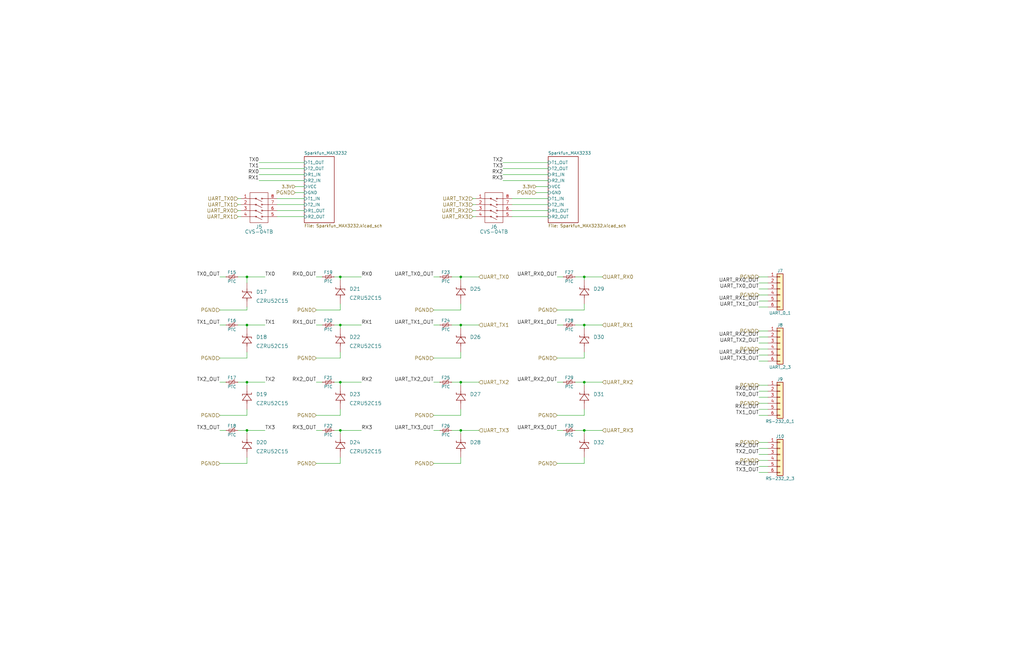
<source format=kicad_sch>
(kicad_sch (version 20211123) (generator eeschema)
  (paper "B")
  (title_block (title "Dual-Mag-Camera-Control") (date "2020-08-24") (rev "A") (company "Guatek"))
  (lib_symbols
    (symbol "2022-05-02_03-27-09:CZRU52C3V3" (pin_numbers hide) (pin_names hide)
      (property "Reference" "U" (at 5.08 4.445 0))
      (property "Value" "CZRU52C3V3" (at 5.08 -7.62 0))
      (symbol "CZRU52C3V3_1_1"
        (polyline (pts (xy 2.54 0) (xy 3.4798 0)) (stroke (width 0.2032)))
        (polyline (pts (xy 3.175 0) (xy 3.81 0)) (stroke (width 0.2032)))
        (polyline (pts (xy 3.81 -1.905) (xy 6.35 0)) (stroke (width 0.2032)))
        (polyline (pts (xy 3.81 1.905) (xy 3.81 -1.905)) (stroke (width 0.2032)))
        (polyline (pts (xy 6.35 -1.905) (xy 5.715 -1.905)) (stroke (width 0.2032)))
        (polyline (pts (xy 6.35 -1.905) (xy 6.35 1.905)) (stroke (width 0.2032)))
        (polyline (pts (xy 6.35 0) (xy 3.81 1.905)) (stroke (width 0.2032)))
        (polyline (pts (xy 6.35 0) (xy 7.62 0)) (stroke (width 0.2032)))
        (polyline (pts (xy 6.35 1.905) (xy 6.985 1.905)) (stroke (width 0.2032)))
        (pin unspecified line (at 10.16 0 180) (length 2.54) (name "1") (number "1"))
        (pin unspecified line (at 0 0 0) (length 2.54) (name "2") (number "2"))
      )
    )
    (symbol "2022-05-17_07-00-23:CZRU52C15" (pin_numbers hide) (pin_names hide)
      (property "Reference" "U" (at 5.08 4.445 0))
      (property "Value" "CZRU52C15" (at 5.08 -7.62 0))
      (symbol "CZRU52C15_1_1"
        (polyline (pts (xy 2.54 0) (xy 3.4798 0)) (stroke (width 0.2032)))
        (polyline (pts (xy 3.175 0) (xy 3.81 0)) (stroke (width 0.2032)))
        (polyline (pts (xy 3.81 -1.905) (xy 6.35 0)) (stroke (width 0.2032)))
        (polyline (pts (xy 3.81 1.905) (xy 3.81 -1.905)) (stroke (width 0.2032)))
        (polyline (pts (xy 6.35 -1.905) (xy 5.715 -1.905)) (stroke (width 0.2032)))
        (polyline (pts (xy 6.35 -1.905) (xy 6.35 1.905)) (stroke (width 0.2032)))
        (polyline (pts (xy 6.35 0) (xy 3.81 1.905)) (stroke (width 0.2032)))
        (polyline (pts (xy 6.35 0) (xy 7.62 0)) (stroke (width 0.2032)))
        (polyline (pts (xy 6.35 1.905) (xy 6.985 1.905)) (stroke (width 0.2032)))
        (pin unspecified line (at 10.16 0 180) (length 2.54) (name "1") (number "1"))
        (pin unspecified line (at 0 0 0) (length 2.54) (name "2") (number "2"))
      )
    )
    (symbol "Dual-Mag-Camera-Control-rescue:CVS-04TB-SPC-Control-rescue" (pin_names (offset 1.016))
      (property "Reference" "J" (at 0 -8.0772 0))
      (property "Value" "CVS-04TB-SPC-Control-rescue" (at -0.3048 7.8486 0))
      (symbol "CVS-04TB-SPC-Control-rescue_0_1"
        (rectangle (start -3.81 6.35) (end 3.81 -6.35))
        (circle (center -1.2954 -1.27) (radius 0.2794))
        (circle (center -1.2954 1.2446) (radius 0.2794))
        (circle (center -1.2954 3.8354) (radius 0.2794))
        (circle (center -1.2446 -3.7846) (radius 0.254))
        (polyline (pts (xy -1.27 3.81) (xy -3.81 3.81)))
        (polyline (pts (xy -1.27 3.81) (xy 1.27 2.54)))
        (polyline (pts (xy 2.54 -3.81) (xy 1.27 -3.81)))
        (polyline (pts (xy 2.54 -1.27) (xy 1.27 -1.27)))
        (polyline (pts (xy 2.54 1.27) (xy 1.27 1.27)))
        (polyline (pts (xy 2.54 3.81) (xy 1.27 3.81)))
        (polyline (pts (xy 2.54 3.81) (xy 3.81 3.81)))
        (polyline (pts (xy 3.81 -3.81) (xy 2.54 -3.81)))
        (polyline (pts (xy 3.81 -1.27) (xy 2.54 -1.27)))
        (polyline (pts (xy 3.81 1.27) (xy 2.54 1.27)))
        (polyline (pts (xy -3.81 -3.81) (xy -1.27 -3.81) (xy 1.27 -5.08)))
        (polyline (pts (xy -3.81 -1.27) (xy -1.27 -1.27) (xy 1.27 -2.54)))
        (polyline (pts (xy -3.81 1.27) (xy -1.27 1.27) (xy 1.27 0)))
        (circle (center 1.2192 1.2954) (radius 0.2794))
        (circle (center 1.2192 3.81) (radius 0.2794))
        (circle (center 1.27 -3.7846) (radius 0.3048))
        (circle (center 1.27 -1.2192) (radius 0.3048))
      )
      (symbol "CVS-04TB-SPC-Control-rescue_1_1"
        (pin passive line (at -7.62 3.81 0) (length 3.81) (name "~") (number "1"))
        (pin passive line (at -7.62 1.27 0) (length 3.81) (name "~") (number "2"))
        (pin passive line (at -7.62 -1.27 0) (length 3.81) (name "~") (number "3"))
        (pin passive line (at -7.62 -3.81 0) (length 3.81) (name "~") (number "4"))
        (pin passive line (at 7.62 -3.81 180) (length 3.81) (name "~") (number "5"))
        (pin passive line (at 7.62 -1.27 180) (length 3.81) (name "~") (number "6"))
        (pin passive line (at 7.62 1.27 180) (length 3.81) (name "~") (number "7"))
        (pin passive line (at 7.62 3.81 180) (length 3.81) (name "~") (number "8"))
      )
    )
    (symbol "Dual-Mag-Camera-Control-rescue:Conn_01x06-SPC-Control-rescue" (pin_names (offset 1.016) hide)
      (property "Reference" "J" (at 0 7.62 0))
      (property "Value" "Conn_01x06-SPC-Control-rescue" (at 0 -10.16 0))
      (symbol "Conn_01x06-SPC-Control-rescue_1_1"
        (rectangle (start -1.27 -7.493) (end 0 -7.747) (stroke (width 0.1524)))
        (rectangle (start -1.27 -4.953) (end 0 -5.207) (stroke (width 0.1524)))
        (rectangle (start -1.27 -2.413) (end 0 -2.667) (stroke (width 0.1524)))
        (rectangle (start -1.27 0.127) (end 0 -0.127) (stroke (width 0.1524)))
        (rectangle (start -1.27 2.667) (end 0 2.413) (stroke (width 0.1524)))
        (rectangle (start -1.27 5.207) (end 0 4.953) (stroke (width 0.1524)))
        (rectangle (start -1.27 6.35) (end 1.27 -8.89) (stroke (width 0.254)) (fill (type background)))
        (pin passive line (at -5.08 5.08 0) (length 3.81) (name "Pin_1") (number "1"))
        (pin passive line (at -5.08 2.54 0) (length 3.81) (name "Pin_2") (number "2"))
        (pin passive line (at -5.08 0 0) (length 3.81) (name "Pin_3") (number "3"))
        (pin passive line (at -5.08 -2.54 0) (length 3.81) (name "Pin_4") (number "4"))
        (pin passive line (at -5.08 -5.08 0) (length 3.81) (name "Pin_5") (number "5"))
        (pin passive line (at -5.08 -7.62 0) (length 3.81) (name "Pin_6") (number "6"))
      )
    )
    (symbol "Dual-Mag-Camera-Control-rescue:Polyfuse_Small-SPC-Control-rescue" (pin_numbers hide) (pin_names (offset 0))
      (property "Reference" "F" (at -1.905 0 90))
      (property "Value" "Polyfuse_Small-SPC-Control-rescue" (at 1.905 0 90))
      (symbol "Polyfuse_Small-SPC-Control-rescue_0_1"
        (rectangle (start -0.508 1.27) (end 0.508 -1.27))
        (polyline (pts (xy 0 2.54) (xy 0 -2.54)))
        (polyline (pts (xy -1.016 1.27) (xy -1.016 0.762) (xy 1.016 -0.762) (xy 1.016 -1.27)))
      )
      (symbol "Polyfuse_Small-SPC-Control-rescue_1_1"
        (pin passive line (at 0 2.54 270) (length 0.635) (name "~") (number "1"))
        (pin passive line (at 0 -2.54 90) (length 0.635) (name "~") (number "2"))
      )
    )
  )
  (junction (at 246.38 181.61))
  (junction (at 194.31 137.16))
  (junction (at 143.51 116.84))
  (junction (at 194.31 116.84))
  (junction (at 143.51 137.16))
  (junction (at 104.14 116.84))
  (junction (at 246.38 161.29))
  (junction (at 194.31 161.29))
  (junction (at 104.14 137.16))
  (junction (at 104.14 181.61))
  (junction (at 246.38 137.16))
  (junction (at 246.38 116.84))
  (junction (at 194.31 181.61))
  (junction (at 104.14 161.29))
  (junction (at 143.51 161.29))
  (junction (at 143.51 181.61))
  (wire (pts (xy 100.33 91.44) (xy 101.6 91.44)))
  (wire (pts (xy 194.31 195.58) (xy 194.31 193.04)))
  (wire (pts (xy 143.51 181.61) (xy 152.4 181.61)))
  (wire (pts (xy 246.38 116.84) (xy 254 116.84)))
  (wire (pts (xy 194.31 161.29) (xy 201.93 161.29)))
  (wire (pts (xy 100.33 116.84) (xy 104.14 116.84)))
  (wire (pts (xy 95.25 116.84) (xy 92.71 116.84)))
  (wire (pts (xy 320.04 139.7) (xy 323.85 139.7)))
  (wire (pts (xy 143.51 181.61) (xy 143.51 182.88)))
  (wire (pts (xy 190.5 116.84) (xy 194.31 116.84)))
  (wire (pts (xy 133.35 175.26) (xy 143.51 175.26)))
  (wire (pts (xy 234.95 175.26) (xy 246.38 175.26)))
  (wire (pts (xy 143.51 175.26) (xy 143.51 172.72)))
  (wire (pts (xy 109.22 73.66) (xy 128.27 73.66)))
  (wire (pts (xy 109.22 76.2) (xy 128.27 76.2)))
  (wire (pts (xy 320.04 144.78) (xy 323.85 144.78)))
  (wire (pts (xy 194.31 137.16) (xy 201.93 137.16)))
  (wire (pts (xy 100.33 83.82) (xy 101.6 83.82)))
  (wire (pts (xy 185.42 161.29) (xy 182.88 161.29)))
  (wire (pts (xy 104.14 181.61) (xy 111.76 181.61)))
  (wire (pts (xy 95.25 137.16) (xy 92.71 137.16)))
  (wire (pts (xy 143.51 116.84) (xy 143.51 118.11)))
  (wire (pts (xy 194.31 181.61) (xy 201.93 181.61)))
  (wire (pts (xy 200.66 86.36) (xy 199.39 86.36)))
  (wire (pts (xy 92.71 130.81) (xy 104.14 130.81)))
  (wire (pts (xy 143.51 116.84) (xy 152.4 116.84)))
  (wire (pts (xy 246.38 137.16) (xy 254 137.16)))
  (wire (pts (xy 320.04 199.39) (xy 323.85 199.39)))
  (wire (pts (xy 116.84 83.82) (xy 128.27 83.82)))
  (wire (pts (xy 92.71 195.58) (xy 104.14 195.58)))
  (wire (pts (xy 116.84 91.44) (xy 128.27 91.44)))
  (wire (pts (xy 104.14 137.16) (xy 111.76 137.16)))
  (wire (pts (xy 104.14 161.29) (xy 111.76 161.29)))
  (wire (pts (xy 320.04 127) (xy 323.85 127)))
  (wire (pts (xy 194.31 175.26) (xy 194.31 172.72)))
  (wire (pts (xy 104.14 181.61) (xy 104.14 182.88)))
  (wire (pts (xy 100.33 88.9) (xy 101.6 88.9)))
  (wire (pts (xy 246.38 181.61) (xy 254 181.61)))
  (wire (pts (xy 185.42 116.84) (xy 182.88 116.84)))
  (wire (pts (xy 234.95 151.13) (xy 246.38 151.13)))
  (wire (pts (xy 143.51 151.13) (xy 143.51 148.59)))
  (wire (pts (xy 320.04 124.46) (xy 323.85 124.46)))
  (wire (pts (xy 104.14 151.13) (xy 104.14 148.59)))
  (wire (pts (xy 320.04 170.18) (xy 323.85 170.18)))
  (wire (pts (xy 143.51 137.16) (xy 143.51 138.43)))
  (wire (pts (xy 320.04 152.4) (xy 323.85 152.4)))
  (wire (pts (xy 143.51 128.27) (xy 143.51 130.81)))
  (wire (pts (xy 143.51 161.29) (xy 143.51 162.56)))
  (wire (pts (xy 109.22 68.58) (xy 128.27 68.58)))
  (wire (pts (xy 100.33 181.61) (xy 104.14 181.61)))
  (wire (pts (xy 237.49 137.16) (xy 234.95 137.16)))
  (wire (pts (xy 226.06 78.74) (xy 231.14 78.74)))
  (wire (pts (xy 116.84 88.9) (xy 128.27 88.9)))
  (wire (pts (xy 320.04 191.77) (xy 323.85 191.77)))
  (wire (pts (xy 234.95 130.81) (xy 246.38 130.81)))
  (wire (pts (xy 140.97 137.16) (xy 143.51 137.16)))
  (wire (pts (xy 246.38 161.29) (xy 254 161.29)))
  (wire (pts (xy 215.9 88.9) (xy 231.14 88.9)))
  (wire (pts (xy 215.9 86.36) (xy 231.14 86.36)))
  (wire (pts (xy 100.33 161.29) (xy 104.14 161.29)))
  (wire (pts (xy 194.31 116.84) (xy 194.31 118.11)))
  (wire (pts (xy 320.04 149.86) (xy 323.85 149.86)))
  (wire (pts (xy 194.31 116.84) (xy 201.93 116.84)))
  (wire (pts (xy 246.38 130.81) (xy 246.38 128.27)))
  (wire (pts (xy 320.04 119.38) (xy 323.85 119.38)))
  (wire (pts (xy 101.6 86.36) (xy 100.33 86.36)))
  (wire (pts (xy 320.04 129.54) (xy 323.85 129.54)))
  (wire (pts (xy 182.88 151.13) (xy 194.31 151.13)))
  (wire (pts (xy 212.09 68.58) (xy 231.14 68.58)))
  (wire (pts (xy 100.33 137.16) (xy 104.14 137.16)))
  (wire (pts (xy 92.71 151.13) (xy 104.14 151.13)))
  (wire (pts (xy 194.31 151.13) (xy 194.31 148.59)))
  (wire (pts (xy 182.88 195.58) (xy 194.31 195.58)))
  (wire (pts (xy 237.49 161.29) (xy 234.95 161.29)))
  (wire (pts (xy 246.38 161.29) (xy 246.38 162.56)))
  (wire (pts (xy 212.09 73.66) (xy 231.14 73.66)))
  (wire (pts (xy 199.39 91.44) (xy 200.66 91.44)))
  (wire (pts (xy 194.31 137.16) (xy 194.31 138.43)))
  (wire (pts (xy 320.04 175.26) (xy 323.85 175.26)))
  (wire (pts (xy 133.35 151.13) (xy 143.51 151.13)))
  (wire (pts (xy 190.5 137.16) (xy 194.31 137.16)))
  (wire (pts (xy 185.42 137.16) (xy 182.88 137.16)))
  (wire (pts (xy 242.57 161.29) (xy 246.38 161.29)))
  (wire (pts (xy 226.06 81.28) (xy 231.14 81.28)))
  (wire (pts (xy 140.97 181.61) (xy 143.51 181.61)))
  (wire (pts (xy 92.71 175.26) (xy 104.14 175.26)))
  (wire (pts (xy 212.09 71.12) (xy 231.14 71.12)))
  (wire (pts (xy 140.97 116.84) (xy 143.51 116.84)))
  (wire (pts (xy 320.04 147.32) (xy 323.85 147.32)))
  (wire (pts (xy 234.95 195.58) (xy 246.38 195.58)))
  (wire (pts (xy 104.14 195.58) (xy 104.14 193.04)))
  (wire (pts (xy 215.9 91.44) (xy 231.14 91.44)))
  (wire (pts (xy 135.89 116.84) (xy 133.35 116.84)))
  (wire (pts (xy 320.04 121.92) (xy 323.85 121.92)))
  (wire (pts (xy 212.09 76.2) (xy 231.14 76.2)))
  (wire (pts (xy 237.49 181.61) (xy 234.95 181.61)))
  (wire (pts (xy 246.38 137.16) (xy 246.38 138.43)))
  (wire (pts (xy 194.31 181.61) (xy 194.31 182.88)))
  (wire (pts (xy 104.14 129.54) (xy 104.14 130.81)))
  (wire (pts (xy 199.39 83.82) (xy 200.66 83.82)))
  (wire (pts (xy 140.97 161.29) (xy 143.51 161.29)))
  (wire (pts (xy 246.38 151.13) (xy 246.38 148.59)))
  (wire (pts (xy 109.22 71.12) (xy 128.27 71.12)))
  (wire (pts (xy 246.38 116.84) (xy 246.38 118.11)))
  (wire (pts (xy 135.89 137.16) (xy 133.35 137.16)))
  (wire (pts (xy 104.14 116.84) (xy 104.14 119.38)))
  (wire (pts (xy 242.57 181.61) (xy 246.38 181.61)))
  (wire (pts (xy 246.38 175.26) (xy 246.38 172.72)))
  (wire (pts (xy 242.57 116.84) (xy 246.38 116.84)))
  (wire (pts (xy 133.35 195.58) (xy 143.51 195.58)))
  (wire (pts (xy 104.14 116.84) (xy 111.76 116.84)))
  (wire (pts (xy 133.35 130.81) (xy 143.51 130.81)))
  (wire (pts (xy 320.04 194.31) (xy 323.85 194.31)))
  (wire (pts (xy 237.49 116.84) (xy 234.95 116.84)))
  (wire (pts (xy 199.39 88.9) (xy 200.66 88.9)))
  (wire (pts (xy 190.5 181.61) (xy 194.31 181.61)))
  (wire (pts (xy 95.25 161.29) (xy 92.71 161.29)))
  (wire (pts (xy 246.38 195.58) (xy 246.38 193.04)))
  (wire (pts (xy 194.31 161.29) (xy 194.31 162.56)))
  (wire (pts (xy 143.51 195.58) (xy 143.51 193.04)))
  (wire (pts (xy 143.51 137.16) (xy 152.4 137.16)))
  (wire (pts (xy 320.04 196.85) (xy 323.85 196.85)))
  (wire (pts (xy 190.5 161.29) (xy 194.31 161.29)))
  (wire (pts (xy 242.57 137.16) (xy 246.38 137.16)))
  (wire (pts (xy 104.14 161.29) (xy 104.14 162.56)))
  (wire (pts (xy 104.14 175.26) (xy 104.14 172.72)))
  (wire (pts (xy 185.42 181.61) (xy 182.88 181.61)))
  (wire (pts (xy 104.14 137.16) (xy 104.14 138.43)))
  (wire (pts (xy 124.46 81.28) (xy 128.27 81.28)))
  (wire (pts (xy 320.04 189.23) (xy 323.85 189.23)))
  (wire (pts (xy 135.89 181.61) (xy 133.35 181.61)))
  (wire (pts (xy 182.88 175.26) (xy 194.31 175.26)))
  (wire (pts (xy 95.25 181.61) (xy 92.71 181.61)))
  (wire (pts (xy 320.04 167.64) (xy 323.85 167.64)))
  (wire (pts (xy 320.04 162.56) (xy 323.85 162.56)))
  (wire (pts (xy 215.9 83.82) (xy 231.14 83.82)))
  (wire (pts (xy 194.31 128.27) (xy 194.31 130.81)))
  (wire (pts (xy 116.84 86.36) (xy 128.27 86.36)))
  (wire (pts (xy 320.04 142.24) (xy 323.85 142.24)))
  (wire (pts (xy 320.04 165.1) (xy 323.85 165.1)))
  (wire (pts (xy 320.04 116.84) (xy 323.85 116.84)))
  (wire (pts (xy 320.04 172.72) (xy 323.85 172.72)))
  (wire (pts (xy 135.89 161.29) (xy 133.35 161.29)))
  (wire (pts (xy 320.04 186.69) (xy 323.85 186.69)))
  (wire (pts (xy 246.38 181.61) (xy 246.38 182.88)))
  (wire (pts (xy 124.46 78.74) (xy 128.27 78.74)))
  (wire (pts (xy 182.88 130.81) (xy 194.31 130.81)))
  (wire (pts (xy 143.51 161.29) (xy 152.4 161.29)))
  (label "TX3_OUT" (at 320.04 199.39 180) (effects (font (size 1.524 1.524))))
  (label "RX2" (at 212.09 73.66 180) (effects (font (size 1.524 1.524))))
  (label "RX3_OUT" (at 133.35 181.61 180) (effects (font (size 1.524 1.524))))
  (label "RX0_OUT" (at 133.35 116.84 180) (effects (font (size 1.524 1.524))))
  (label "UART_RX1_OUT" (at 320.04 127 180) (effects (font (size 1.524 1.524))))
  (label "TX2" (at 212.09 68.58 180) (effects (font (size 1.524 1.524))))
  (label "RX2" (at 152.4 161.29 0) (effects (font (size 1.524 1.524))))
  (label "UART_RX0_OUT" (at 234.95 116.84 180) (effects (font (size 1.524 1.524))))
  (label "RX0" (at 152.4 116.84 0) (effects (font (size 1.524 1.524))))
  (label "TX2_OUT" (at 92.71 161.29 180) (effects (font (size 1.524 1.524))))
  (label "RX1" (at 152.4 137.16 0) (effects (font (size 1.524 1.524))))
  (label "UART_RX2_OUT" (at 320.04 142.24 180) (effects (font (size 1.524 1.524))))
  (label "TX2" (at 111.76 161.29 0) (effects (font (size 1.524 1.524))))
  (label "RX0" (at 109.22 73.66 180) (effects (font (size 1.524 1.524))))
  (label "RX1" (at 109.22 76.2 180) (effects (font (size 1.524 1.524))))
  (label "RX3" (at 212.09 76.2 180) (effects (font (size 1.524 1.524))))
  (label "UART_RX0_OUT" (at 320.04 119.38 180) (effects (font (size 1.524 1.524))))
  (label "TX0_OUT" (at 92.71 116.84 180) (effects (font (size 1.524 1.524))))
  (label "TX0" (at 109.22 68.58 180) (effects (font (size 1.524 1.524))))
  (label "TX1" (at 109.22 71.12 180) (effects (font (size 1.524 1.524))))
  (label "TX2_OUT" (at 320.04 191.77 180) (effects (font (size 1.524 1.524))))
  (label "UART_RX2_OUT" (at 234.95 161.29 180) (effects (font (size 1.524 1.524))))
  (label "UART_RX1_OUT" (at 234.95 137.16 180) (effects (font (size 1.524 1.524))))
  (label "RX2_OUT" (at 133.35 161.29 180) (effects (font (size 1.524 1.524))))
  (label "RX3" (at 152.4 181.61 0) (effects (font (size 1.524 1.524))))
  (label "RX1_OUT" (at 133.35 137.16 180) (effects (font (size 1.524 1.524))))
  (label "RX1_OUT" (at 320.04 172.72 180) (effects (font (size 1.524 1.524))))
  (label "TX1_OUT" (at 92.71 137.16 180) (effects (font (size 1.524 1.524))))
  (label "UART_TX0_OUT" (at 182.88 116.84 180) (effects (font (size 1.524 1.524))))
  (label "UART_TX1_OUT" (at 320.04 129.54 180) (effects (font (size 1.524 1.524))))
  (label "RX2_OUT" (at 320.04 189.23 180) (effects (font (size 1.524 1.524))))
  (label "UART_RX3_OUT" (at 234.95 181.61 180) (effects (font (size 1.524 1.524))))
  (label "TX1" (at 111.76 137.16 0) (effects (font (size 1.524 1.524))))
  (label "UART_TX3_OUT" (at 320.04 152.4 180) (effects (font (size 1.524 1.524))))
  (label "TX0" (at 111.76 116.84 0) (effects (font (size 1.524 1.524))))
  (label "RX3_OUT" (at 320.04 196.85 180) (effects (font (size 1.524 1.524))))
  (label "UART_TX3_OUT" (at 182.88 181.61 180) (effects (font (size 1.524 1.524))))
  (label "TX3_OUT" (at 92.71 181.61 180) (effects (font (size 1.524 1.524))))
  (label "UART_TX1_OUT" (at 182.88 137.16 180) (effects (font (size 1.524 1.524))))
  (label "TX1_OUT" (at 320.04 175.26 180) (effects (font (size 1.524 1.524))))
  (label "UART_TX2_OUT" (at 182.88 161.29 180) (effects (font (size 1.524 1.524))))
  (label "RX0_OUT" (at 320.04 165.1 180) (effects (font (size 1.524 1.524))))
  (label "UART_TX2_OUT" (at 320.04 144.78 180) (effects (font (size 1.524 1.524))))
  (label "TX0_OUT" (at 320.04 167.64 180) (effects (font (size 1.524 1.524))))
  (label "TX3" (at 111.76 181.61 0) (effects (font (size 1.524 1.524))))
  (label "TX3" (at 212.09 71.12 180) (effects (font (size 1.524 1.524))))
  (label "UART_RX3_OUT" (at 320.04 149.86 180) (effects (font (size 1.524 1.524))))
  (label "UART_TX0_OUT" (at 320.04 121.92 180) (effects (font (size 1.524 1.524))))
  (hierarchical_label "PGND" (shape input) (at 234.95 175.26 180) (effects (font (size 1.524 1.524))))
  (hierarchical_label "PGND" (shape input) (at 182.88 151.13 180) (effects (font (size 1.524 1.524))))
  (hierarchical_label "UART_TX1" (shape input) (at 100.33 86.36 180) (effects (font (size 1.524 1.524))))
  (hierarchical_label "UART_RX0" (shape input) (at 100.33 88.9 180) (effects (font (size 1.524 1.524))))
  (hierarchical_label "UART_RX2" (shape input) (at 254 161.29 0) (effects (font (size 1.524 1.524))))
  (hierarchical_label "PGND" (shape input) (at 182.88 175.26 180) (effects (font (size 1.524 1.524))))
  (hierarchical_label "UART_TX2" (shape input) (at 199.39 83.82 180) (effects (font (size 1.524 1.524))))
  (hierarchical_label "PGND" (shape input) (at 133.35 130.81 180) (effects (font (size 1.524 1.524))))
  (hierarchical_label "UART_RX1" (shape input) (at 254 137.16 0) (effects (font (size 1.524 1.524))))
  (hierarchical_label "PGND" (shape input) (at 226.06 81.28 180) (effects (font (size 1.524 1.524))))
  (hierarchical_label "PGND" (shape input) (at 320.04 147.32 180) (effects (font (size 1.524 1.524))))
  (hierarchical_label "PGND" (shape input) (at 182.88 195.58 180) (effects (font (size 1.524 1.524))))
  (hierarchical_label "UART_TX0" (shape input) (at 100.33 83.82 180) (effects (font (size 1.524 1.524))))
  (hierarchical_label "PGND" (shape input) (at 124.46 81.28 180) (effects (font (size 1.524 1.524))))
  (hierarchical_label "UART_TX2" (shape input) (at 201.93 161.29 0) (effects (font (size 1.524 1.524))))
  (hierarchical_label "PGND" (shape input) (at 133.35 175.26 180) (effects (font (size 1.524 1.524))))
  (hierarchical_label "PGND" (shape input) (at 92.71 130.81 180) (effects (font (size 1.524 1.524))))
  (hierarchical_label "PGND" (shape input) (at 92.71 151.13 180) (effects (font (size 1.524 1.524))))
  (hierarchical_label "UART_TX1" (shape input) (at 201.93 137.16 0) (effects (font (size 1.524 1.524))))
  (hierarchical_label "3.3V" (shape input) (at 124.46 78.74 180))
  (hierarchical_label "PGND" (shape input) (at 133.35 195.58 180) (effects (font (size 1.524 1.524))))
  (hierarchical_label "PGND" (shape input) (at 92.71 195.58 180) (effects (font (size 1.524 1.524))))
  (hierarchical_label "PGND" (shape input) (at 234.95 151.13 180) (effects (font (size 1.524 1.524))))
  (hierarchical_label "UART_RX2" (shape input) (at 199.39 88.9 180) (effects (font (size 1.524 1.524))))
  (hierarchical_label "PGND" (shape input) (at 92.71 175.26 180) (effects (font (size 1.524 1.524))))
  (hierarchical_label "UART_TX3" (shape input) (at 199.39 86.36 180) (effects (font (size 1.524 1.524))))
  (hierarchical_label "UART_RX3" (shape input) (at 254 181.61 0) (effects (font (size 1.524 1.524))))
  (hierarchical_label "UART_RX3" (shape input) (at 199.39 91.44 180) (effects (font (size 1.524 1.524))))
  (hierarchical_label "PGND" (shape input) (at 320.04 124.46 180) (effects (font (size 1.524 1.524))))
  (hierarchical_label "PGND" (shape input) (at 320.04 139.7 180) (effects (font (size 1.524 1.524))))
  (hierarchical_label "PGND" (shape input) (at 182.88 130.81 180) (effects (font (size 1.524 1.524))))
  (hierarchical_label "3.3V" (shape input) (at 226.06 78.74 180))
  (hierarchical_label "PGND" (shape input) (at 133.35 151.13 180) (effects (font (size 1.524 1.524))))
  (hierarchical_label "UART_RX1" (shape input) (at 100.33 91.44 180) (effects (font (size 1.524 1.524))))
  (hierarchical_label "PGND" (shape input) (at 234.95 195.58 180) (effects (font (size 1.524 1.524))))
  (hierarchical_label "UART_TX3" (shape input) (at 201.93 181.61 0) (effects (font (size 1.524 1.524))))
  (hierarchical_label "PGND" (shape input) (at 320.04 170.18 180) (effects (font (size 1.524 1.524))))
  (hierarchical_label "PGND" (shape input) (at 320.04 116.84 180) (effects (font (size 1.524 1.524))))
  (hierarchical_label "PGND" (shape input) (at 320.04 194.31 180) (effects (font (size 1.524 1.524))))
  (hierarchical_label "UART_RX0" (shape input) (at 254 116.84 0) (effects (font (size 1.524 1.524))))
  (hierarchical_label "PGND" (shape input) (at 234.95 130.81 180) (effects (font (size 1.524 1.524))))
  (hierarchical_label "UART_TX0" (shape input) (at 201.93 116.84 0) (effects (font (size 1.524 1.524))))
  (hierarchical_label "PGND" (shape input) (at 320.04 186.69 180) (effects (font (size 1.524 1.524))))
  (hierarchical_label "PGND" (shape input) (at 320.04 162.56 180) (effects (font (size 1.524 1.524))))
  (symbol (lib_id "Dual-Mag-Camera-Control-rescue:CVS-04TB-SPC-Control-rescue") (at 109.22 87.63 0) (unit 1)
    (property "Reference" "J5" (at 109.22 95.7072 0) (effects (font (size 1.524 1.524))))
    (property "Value" "CVS-04TB" (at 109.22 97.79 0) (effects (font (size 1.524 1.524))))
    (property "Footprint" "UART-Mux:CVS-04TB" (effects hide))
    (property "Datasheet" "https://www.nidec-copal-electronics.com/e/catalog/switch/cvs.pdf" (effects hide))
    (property "Part Number" "563-1041-1-ND" (effects hide))
    (property "Supplier" "Digikey" (effects hide))
    (property "Link" "https://www.digikey.com/products/en?keywords=563-1041-1-ND" (effects hide))
  )
  (symbol (lib_id "Dual-Mag-Camera-Control-rescue:Polyfuse_Small-SPC-Control-rescue") (at 240.03 116.84 270) (unit 1)
    (property "Reference" "F27" (at 240.03 114.935 90))
    (property "Value" "PTC" (at 240.03 118.745 90))
    (property "Footprint" "Resistor_SMD:R_0603_1608Metric_Pad0.98x0.95mm_HandSolder" (effects hide))
    (property "Datasheet" "https://en.tdk.eu/inf/55/db/PTC/PTC_OC_SMD_0402_0603_1210_24V_230V.pdf" (effects hide))
    (property "Part Number" "495-3878-1-ND" (effects hide))
    (property "Supplier" "Digikey" (effects hide))
    (property "Link" "Value" (effects hide))
  )
  (symbol (lib_id "Dual-Mag-Camera-Control-rescue:CVS-04TB-SPC-Control-rescue") (at 208.28 87.63 0) (unit 1)
    (property "Reference" "J6" (at 208.28 95.7072 0) (effects (font (size 1.524 1.524))))
    (property "Value" "CVS-04TB" (at 208.28 97.79 0) (effects (font (size 1.524 1.524))))
    (property "Footprint" "UART-Mux:CVS-04TB" (effects hide))
    (property "Datasheet" "https://www.nidec-copal-electronics.com/e/catalog/switch/cvs.pdf" (effects hide))
    (property "Part Number" "563-1041-1-ND" (effects hide))
    (property "Supplier" "Digikey" (effects hide))
    (property "Link" "https://www.digikey.com/products/en?keywords=563-1041-1-ND" (effects hide))
  )
  (symbol (lib_id "Dual-Mag-Camera-Control-rescue:Conn_01x06-SPC-Control-rescue") (at 328.93 121.92 0) (unit 1)
    (property "Reference" "J7" (at 328.93 114.3 0))
    (property "Value" "UART_0_1" (at 328.93 132.08 0))
    (property "Footprint" "Connector_Molex:Molex_Nano-Fit_105310-xx06_2x03_P2.50mm_Vertical" (effects hide))
    (property "Datasheet" "https://www.molex.com/pdm_docs/sd/1053101210_sd.pdf" (effects hide))
    (property "Part Number" "WM15076-ND" (effects hide))
    (property "Supplier" "Digikey" (effects hide))
    (property "Link" "https://www.digikey.com/en/products/detail/molex/1053102306/6164165" (effects hide))
  )
  (symbol (lib_id "Dual-Mag-Camera-Control-rescue:Conn_01x06-SPC-Control-rescue") (at 328.93 144.78 0) (unit 1)
    (property "Reference" "J8" (at 328.93 137.16 0))
    (property "Value" "UART_2_3" (at 328.93 154.94 0))
    (property "Footprint" "Connector_Molex:Molex_Nano-Fit_105310-xx06_2x03_P2.50mm_Vertical" (effects hide))
    (property "Datasheet" "https://www.molex.com/pdm_docs/sd/1053101210_sd.pdf" (effects hide))
    (property "Part Number" "WM15076-ND" (effects hide))
    (property "Supplier" "Digikey" (effects hide))
    (property "Link" "https://www.digikey.com/en/products/detail/molex/1053102306/6164165" (effects hide))
  )
  (symbol (lib_id "Dual-Mag-Camera-Control-rescue:Conn_01x06-SPC-Control-rescue") (at 328.93 167.64 0) (unit 1)
    (property "Reference" "J9" (at 328.93 160.02 0))
    (property "Value" "RS-232_0_1" (at 328.93 177.8 0))
    (property "Footprint" "Connector_Molex:Molex_Nano-Fit_105310-xx06_2x03_P2.50mm_Vertical" (effects hide))
    (property "Datasheet" "https://www.molex.com/pdm_docs/sd/1053101210_sd.pdf" (effects hide))
    (property "Part Number" "WM15076-ND" (effects hide))
    (property "Supplier" "Digikey" (effects hide))
    (property "Link" "https://www.digikey.com/en/products/detail/molex/1053102306/6164165" (effects hide))
  )
  (symbol (lib_id "Dual-Mag-Camera-Control-rescue:Conn_01x06-SPC-Control-rescue") (at 328.93 191.77 0) (unit 1)
    (property "Reference" "J10" (at 328.93 184.15 0))
    (property "Value" "RS-232_2_3" (at 328.93 201.93 0))
    (property "Footprint" "Connector_Molex:Molex_Nano-Fit_105310-xx06_2x03_P2.50mm_Vertical" (effects hide))
    (property "Datasheet" "https://www.molex.com/pdm_docs/sd/1053101210_sd.pdf" (effects hide))
    (property "Part Number" "WM15076-ND" (effects hide))
    (property "Supplier" "Digikey" (effects hide))
    (property "Link" "https://www.digikey.com/en/products/detail/molex/1053102306/6164165" (effects hide))
  )
  (symbol (lib_id "Dual-Mag-Camera-Control-rescue:Polyfuse_Small-SPC-Control-rescue") (at 240.03 137.16 270) (unit 1)
    (property "Reference" "F28" (at 240.03 135.255 90))
    (property "Value" "PTC" (at 240.03 139.065 90))
    (property "Footprint" "Resistor_SMD:R_0603_1608Metric_Pad0.98x0.95mm_HandSolder" (effects hide))
    (property "Datasheet" "https://en.tdk.eu/inf/55/db/PTC/PTC_OC_SMD_0402_0603_1210_24V_230V.pdf" (effects hide))
    (property "Part Number" "495-3878-1-ND" (effects hide))
    (property "Supplier" "Digikey" (effects hide))
    (property "Link" "Value" (effects hide))
  )
  (symbol (lib_id "Dual-Mag-Camera-Control-rescue:Polyfuse_Small-SPC-Control-rescue") (at 240.03 161.29 270) (unit 1)
    (property "Reference" "F29" (at 240.03 159.385 90))
    (property "Value" "PTC" (at 240.03 163.195 90))
    (property "Footprint" "Resistor_SMD:R_0603_1608Metric_Pad0.98x0.95mm_HandSolder" (effects hide))
    (property "Datasheet" "https://en.tdk.eu/inf/55/db/PTC/PTC_OC_SMD_0402_0603_1210_24V_230V.pdf" (effects hide))
    (property "Part Number" "495-3878-1-ND" (effects hide))
    (property "Supplier" "Digikey" (effects hide))
    (property "Link" "Value" (effects hide))
  )
  (symbol (lib_id "Dual-Mag-Camera-Control-rescue:Polyfuse_Small-SPC-Control-rescue") (at 240.03 181.61 270) (unit 1)
    (property "Reference" "F30" (at 240.03 179.705 90))
    (property "Value" "PTC" (at 240.03 183.515 90))
    (property "Footprint" "Resistor_SMD:R_0603_1608Metric_Pad0.98x0.95mm_HandSolder" (effects hide))
    (property "Datasheet" "https://en.tdk.eu/inf/55/db/PTC/PTC_OC_SMD_0402_0603_1210_24V_230V.pdf" (effects hide))
    (property "Part Number" "495-3878-1-ND" (effects hide))
    (property "Supplier" "Digikey" (effects hide))
    (property "Link" "Value" (effects hide))
  )
  (symbol (lib_id "Dual-Mag-Camera-Control-rescue:Polyfuse_Small-SPC-Control-rescue") (at 187.96 181.61 270) (unit 1)
    (property "Reference" "F26" (at 187.96 179.705 90))
    (property "Value" "PTC" (at 187.96 183.515 90))
    (property "Footprint" "Resistor_SMD:R_0603_1608Metric_Pad0.98x0.95mm_HandSolder" (effects hide))
    (property "Datasheet" "https://en.tdk.eu/inf/55/db/PTC/PTC_OC_SMD_0402_0603_1210_24V_230V.pdf" (effects hide))
    (property "Part Number" "495-3878-1-ND" (effects hide))
    (property "Supplier" "Digikey" (effects hide))
    (property "Link" "Value" (effects hide))
  )
  (symbol (lib_id "Dual-Mag-Camera-Control-rescue:Polyfuse_Small-SPC-Control-rescue") (at 187.96 161.29 270) (unit 1)
    (property "Reference" "F25" (at 187.96 159.385 90))
    (property "Value" "PTC" (at 187.96 163.195 90))
    (property "Footprint" "Resistor_SMD:R_0603_1608Metric_Pad0.98x0.95mm_HandSolder" (effects hide))
    (property "Datasheet" "https://en.tdk.eu/inf/55/db/PTC/PTC_OC_SMD_0402_0603_1210_24V_230V.pdf" (effects hide))
    (property "Part Number" "495-3878-1-ND" (effects hide))
    (property "Supplier" "Digikey" (effects hide))
    (property "Link" "Value" (effects hide))
  )
  (symbol (lib_id "Dual-Mag-Camera-Control-rescue:Polyfuse_Small-SPC-Control-rescue") (at 187.96 137.16 270) (unit 1)
    (property "Reference" "F24" (at 187.96 135.255 90))
    (property "Value" "PTC" (at 187.96 139.065 90))
    (property "Footprint" "Resistor_SMD:R_0603_1608Metric_Pad0.98x0.95mm_HandSolder" (effects hide))
    (property "Datasheet" "https://en.tdk.eu/inf/55/db/PTC/PTC_OC_SMD_0402_0603_1210_24V_230V.pdf" (effects hide))
    (property "Part Number" "495-3878-1-ND" (effects hide))
    (property "Supplier" "Digikey" (effects hide))
    (property "Link" "Value" (effects hide))
  )
  (symbol (lib_id "Dual-Mag-Camera-Control-rescue:Polyfuse_Small-SPC-Control-rescue") (at 187.96 116.84 270) (unit 1)
    (property "Reference" "F23" (at 187.96 114.935 90))
    (property "Value" "PTC" (at 187.96 118.745 90))
    (property "Footprint" "Resistor_SMD:R_0603_1608Metric_Pad0.98x0.95mm_HandSolder" (effects hide))
    (property "Datasheet" "https://en.tdk.eu/inf/55/db/PTC/PTC_OC_SMD_0402_0603_1210_24V_230V.pdf" (effects hide))
    (property "Part Number" "495-3878-1-ND" (effects hide))
    (property "Supplier" "Digikey" (effects hide))
    (property "Link" "Value" (effects hide))
  )
  (symbol (lib_id "Dual-Mag-Camera-Control-rescue:Polyfuse_Small-SPC-Control-rescue") (at 138.43 116.84 270) (unit 1)
    (property "Reference" "F19" (at 138.43 114.935 90))
    (property "Value" "PTC" (at 138.43 118.745 90))
    (property "Footprint" "Resistor_SMD:R_0603_1608Metric_Pad0.98x0.95mm_HandSolder" (effects hide))
    (property "Datasheet" "https://en.tdk.eu/inf/55/db/PTC/PTC_OC_SMD_0402_0603_1210_24V_230V.pdf" (effects hide))
    (property "Part Number" "495-3878-1-ND" (effects hide))
    (property "Supplier" "Digikey" (effects hide))
    (property "Link" "Value" (effects hide))
  )
  (symbol (lib_id "Dual-Mag-Camera-Control-rescue:Polyfuse_Small-SPC-Control-rescue") (at 138.43 161.29 270) (unit 1)
    (property "Reference" "F21" (at 138.43 159.385 90))
    (property "Value" "PTC" (at 138.43 163.195 90))
    (property "Footprint" "Resistor_SMD:R_0603_1608Metric_Pad0.98x0.95mm_HandSolder" (effects hide))
    (property "Datasheet" "https://en.tdk.eu/inf/55/db/PTC/PTC_OC_SMD_0402_0603_1210_24V_230V.pdf" (effects hide))
    (property "Part Number" "495-3878-1-ND" (effects hide))
    (property "Supplier" "Digikey" (effects hide))
    (property "Link" "Value" (effects hide))
  )
  (symbol (lib_id "Dual-Mag-Camera-Control-rescue:Polyfuse_Small-SPC-Control-rescue") (at 138.43 137.16 270) (unit 1)
    (property "Reference" "F20" (at 138.43 135.255 90))
    (property "Value" "PTC" (at 138.43 139.065 90))
    (property "Footprint" "Resistor_SMD:R_0603_1608Metric_Pad0.98x0.95mm_HandSolder" (effects hide))
    (property "Datasheet" "https://en.tdk.eu/inf/55/db/PTC/PTC_OC_SMD_0402_0603_1210_24V_230V.pdf" (effects hide))
    (property "Part Number" "495-3878-1-ND" (effects hide))
    (property "Supplier" "Digikey" (effects hide))
    (property "Link" "Value" (effects hide))
  )
  (symbol (lib_id "Dual-Mag-Camera-Control-rescue:Polyfuse_Small-SPC-Control-rescue") (at 138.43 181.61 270) (unit 1)
    (property "Reference" "F22" (at 138.43 179.705 90))
    (property "Value" "PTC" (at 138.43 183.515 90))
    (property "Footprint" "Resistor_SMD:R_0603_1608Metric_Pad0.98x0.95mm_HandSolder" (effects hide))
    (property "Datasheet" "https://en.tdk.eu/inf/55/db/PTC/PTC_OC_SMD_0402_0603_1210_24V_230V.pdf" (effects hide))
    (property "Part Number" "495-3878-1-ND" (effects hide))
    (property "Supplier" "Digikey" (effects hide))
    (property "Link" "Value" (effects hide))
  )
  (symbol (lib_id "Dual-Mag-Camera-Control-rescue:Polyfuse_Small-SPC-Control-rescue") (at 97.79 181.61 270) (unit 1)
    (property "Reference" "F18" (at 97.79 179.705 90))
    (property "Value" "PTC" (at 97.79 183.515 90))
    (property "Footprint" "Resistor_SMD:R_0603_1608Metric_Pad0.98x0.95mm_HandSolder" (effects hide))
    (property "Datasheet" "https://en.tdk.eu/inf/55/db/PTC/PTC_OC_SMD_0402_0603_1210_24V_230V.pdf" (effects hide))
    (property "Part Number" "495-3878-1-ND" (effects hide))
    (property "Supplier" "Digikey" (effects hide))
    (property "Link" "Value" (effects hide))
  )
  (symbol (lib_id "Dual-Mag-Camera-Control-rescue:Polyfuse_Small-SPC-Control-rescue") (at 97.79 161.29 270) (unit 1)
    (property "Reference" "F17" (at 97.79 159.385 90))
    (property "Value" "PTC" (at 97.79 163.195 90))
    (property "Footprint" "Resistor_SMD:R_0603_1608Metric_Pad0.98x0.95mm_HandSolder" (effects hide))
    (property "Datasheet" "https://en.tdk.eu/inf/55/db/PTC/PTC_OC_SMD_0402_0603_1210_24V_230V.pdf" (effects hide))
    (property "Part Number" "495-3878-1-ND" (effects hide))
    (property "Supplier" "Digikey" (effects hide))
    (property "Link" "Value" (effects hide))
  )
  (symbol (lib_id "Dual-Mag-Camera-Control-rescue:Polyfuse_Small-SPC-Control-rescue") (at 97.79 137.16 270) (unit 1)
    (property "Reference" "F16" (at 97.79 135.255 90))
    (property "Value" "PTC" (at 97.79 139.065 90))
    (property "Footprint" "Resistor_SMD:R_0603_1608Metric_Pad0.98x0.95mm_HandSolder" (effects hide))
    (property "Datasheet" "https://en.tdk.eu/inf/55/db/PTC/PTC_OC_SMD_0402_0603_1210_24V_230V.pdf" (effects hide))
    (property "Part Number" "495-3878-1-ND" (effects hide))
    (property "Supplier" "Digikey" (effects hide))
    (property "Link" "Value" (effects hide))
  )
  (symbol (lib_id "Dual-Mag-Camera-Control-rescue:Polyfuse_Small-SPC-Control-rescue") (at 97.79 116.84 270) (unit 1)
    (property "Reference" "F15" (at 97.79 114.935 90))
    (property "Value" "PTC" (at 97.79 118.745 90))
    (property "Footprint" "Resistor_SMD:R_0603_1608Metric_Pad0.98x0.95mm_HandSolder" (effects hide))
    (property "Datasheet" "https://en.tdk.eu/inf/55/db/PTC/PTC_OC_SMD_0402_0603_1210_24V_230V.pdf" (effects hide))
    (property "Part Number" "495-3878-1-ND" (effects hide))
    (property "Supplier" "Digikey" (effects hide))
    (property "Link" "Value" (effects hide))
  )
  (symbol (lib_id "2022-05-02_03-27-09:CZRU52C3V3") (at 246.38 193.04 90) (unit 1)
    (property "Reference" "D32" (at 250.19 186.69 90) (effects (font (size 1.524 1.524)) (justify right)))
    (property "Value" "CZRU52C3V3" (effects hide))
    (property "Footprint" "Diode_SMD:D_0603_1608Metric_Pad1.05x0.95mm_HandSolder" (effects hide))
  )
  (symbol (lib_id "2022-05-17_07-00-23:CZRU52C15") (at 143.51 148.59 90) (unit 1)
    (property "Reference" "D22" (at 147.32 142.24 90) (effects (font (size 1.524 1.524)) (justify right)))
    (property "Value" "CZRU52C15" (at 147.32 146.05 90) (effects (font (size 1.524 1.524)) (justify right)))
    (property "Footprint" "Diode_SMD:D_0603_1608Metric_Pad1.05x0.95mm_HandSolder" (effects hide))
  )
  (symbol (lib_id "2022-05-02_03-27-09:CZRU52C3V3") (at 246.38 128.27 90) (unit 1)
    (property "Reference" "D29" (at 250.19 121.92 90) (effects (font (size 1.524 1.524)) (justify right)))
    (property "Value" "CZRU52C3V3" (effects hide))
    (property "Footprint" "Diode_SMD:D_0603_1608Metric_Pad1.05x0.95mm_HandSolder" (effects hide))
  )
  (symbol (lib_id "2022-05-17_07-00-23:CZRU52C15") (at 104.14 172.72 270) (mirror x) (unit 1)
    (property "Reference" "D19" (at 107.95 166.37 90) (effects (font (size 1.524 1.524)) (justify left)))
    (property "Value" "CZRU52C15" (at 107.95 170.18 90) (effects (font (size 1.524 1.524)) (justify left)))
    (property "Footprint" "Diode_SMD:D_0603_1608Metric_Pad1.05x0.95mm_HandSolder" (effects hide))
  )
  (symbol (lib_id "2022-05-02_03-27-09:CZRU52C3V3") (at 194.31 172.72 90) (unit 1)
    (property "Reference" "D27" (at 198.12 166.37 90) (effects (font (size 1.524 1.524)) (justify right)))
    (property "Value" "CZRU52C3V3" (effects hide))
    (property "Footprint" "Diode_SMD:D_0603_1608Metric_Pad1.05x0.95mm_HandSolder" (effects hide))
  )
  (symbol (lib_id "2022-05-02_03-27-09:CZRU52C3V3") (at 246.38 148.59 90) (unit 1)
    (property "Reference" "D30" (at 250.19 142.24 90) (effects (font (size 1.524 1.524)) (justify right)))
    (property "Value" "CZRU52C3V3" (effects hide))
    (property "Footprint" "Diode_SMD:D_0603_1608Metric_Pad1.05x0.95mm_HandSolder" (effects hide))
  )
  (symbol (lib_id "2022-05-02_03-27-09:CZRU52C3V3") (at 194.31 128.27 90) (unit 1)
    (property "Reference" "D25" (at 198.12 121.92 90) (effects (font (size 1.524 1.524)) (justify right)))
    (property "Value" "CZRU52C3V3" (effects hide))
    (property "Footprint" "Diode_SMD:D_0603_1608Metric_Pad1.05x0.95mm_HandSolder" (effects hide))
  )
  (symbol (lib_id "2022-05-17_07-00-23:CZRU52C15") (at 143.51 172.72 90) (unit 1)
    (property "Reference" "D23" (at 147.32 166.37 90) (effects (font (size 1.524 1.524)) (justify right)))
    (property "Value" "CZRU52C15" (at 147.32 170.18 90) (effects (font (size 1.524 1.524)) (justify right)))
    (property "Footprint" "Diode_SMD:D_0603_1608Metric_Pad1.05x0.95mm_HandSolder" (effects hide))
  )
  (symbol (lib_id "2022-05-17_07-00-23:CZRU52C15") (at 143.51 193.04 90) (unit 1)
    (property "Reference" "D24" (at 147.32 186.69 90) (effects (font (size 1.524 1.524)) (justify right)))
    (property "Value" "CZRU52C15" (at 147.32 190.5 90) (effects (font (size 1.524 1.524)) (justify right)))
    (property "Footprint" "Diode_SMD:D_0603_1608Metric_Pad1.05x0.95mm_HandSolder" (effects hide))
  )
  (symbol (lib_id "2022-05-17_07-00-23:CZRU52C15") (at 104.14 129.54 90) (unit 1)
    (property "Reference" "D17" (at 107.95 123.19 90) (effects (font (size 1.524 1.524)) (justify right)))
    (property "Value" "CZRU52C15" (at 107.95 127 90) (effects (font (size 1.524 1.524)) (justify right)))
    (property "Footprint" "Diode_SMD:D_0603_1608Metric_Pad1.05x0.95mm_HandSolder" (effects hide))
  )
  (symbol (lib_id "2022-05-17_07-00-23:CZRU52C15") (at 143.51 128.27 90) (unit 1)
    (property "Reference" "D21" (at 147.32 121.92 90) (effects (font (size 1.524 1.524)) (justify right)))
    (property "Value" "CZRU52C15" (at 147.32 125.73 90) (effects (font (size 1.524 1.524)) (justify right)))
    (property "Footprint" "Diode_SMD:D_0603_1608Metric_Pad1.05x0.95mm_HandSolder" (effects hide))
  )
  (symbol (lib_id "2022-05-17_07-00-23:CZRU52C15") (at 104.14 193.04 90) (unit 1)
    (property "Reference" "D20" (at 107.95 186.69 90) (effects (font (size 1.524 1.524)) (justify right)))
    (property "Value" "CZRU52C15" (at 107.95 190.5 90) (effects (font (size 1.524 1.524)) (justify right)))
    (property "Footprint" "Diode_SMD:D_0603_1608Metric_Pad1.05x0.95mm_HandSolder" (effects hide))
  )
  (symbol (lib_id "2022-05-02_03-27-09:CZRU52C3V3") (at 246.38 172.72 90) (unit 1)
    (property "Reference" "D31" (at 250.19 166.37 90) (effects (font (size 1.524 1.524)) (justify right)))
    (property "Value" "CZRU52C3V3" (effects hide))
    (property "Footprint" "Diode_SMD:D_0603_1608Metric_Pad1.05x0.95mm_HandSolder" (effects hide))
  )
  (symbol (lib_id "2022-05-17_07-00-23:CZRU52C15") (at 104.14 148.59 90) (unit 1)
    (property "Reference" "D18" (at 107.95 142.24 90) (effects (font (size 1.524 1.524)) (justify right)))
    (property "Value" "CZRU52C15" (at 107.95 146.05 90) (effects (font (size 1.524 1.524)) (justify right)))
    (property "Footprint" "Diode_SMD:D_0603_1608Metric_Pad1.05x0.95mm_HandSolder" (effects hide))
  )
  (symbol (lib_id "2022-05-02_03-27-09:CZRU52C3V3") (at 194.31 148.59 90) (unit 1)
    (property "Reference" "D26" (at 198.12 142.24 90) (effects (font (size 1.524 1.524)) (justify right)))
    (property "Value" "CZRU52C3V3" (effects hide))
    (property "Footprint" "Diode_SMD:D_0603_1608Metric_Pad1.05x0.95mm_HandSolder" (effects hide))
  )
  (symbol (lib_id "2022-05-02_03-27-09:CZRU52C3V3") (at 194.31 193.04 90) (unit 1)
    (property "Reference" "D28" (at 198.12 186.69 90) (effects (font (size 1.524 1.524)) (justify right)))
    (property "Value" "CZRU52C3V3" (effects hide))
    (property "Footprint" "Diode_SMD:D_0603_1608Metric_Pad1.05x0.95mm_HandSolder" (effects hide))
  )
  (sheet (at 128.27 66.04) (size 12.7 27.94) (stroke (width 0.1524))
    (property "Sheet name" "Sparkfun_MAX3232" (at 128.27 65.3284 0) (effects (justify left bottom)))
    (property "Sheet file" "Sparkfun_MAX3232.kicad_sch" (at 128.27 94.5646 0) (effects (justify left top)))
    (pin "VCC" input (at 128.27 78.74 180))
    (pin "GND" input (at 128.27 81.28 180))
    (pin "R1_IN" input (at 128.27 73.66 180))
    (pin "T1_OUT" input (at 128.27 68.58 180))
    (pin "T2_OUT" input (at 128.27 71.12 180))
    (pin "R2_IN" input (at 128.27 76.2 180))
    (pin "R1_OUT" input (at 128.27 88.9 180))
    (pin "R2_OUT" input (at 128.27 91.44 180))
    (pin "T1_IN" input (at 128.27 83.82 180))
    (pin "T2_IN" input (at 128.27 86.36 180))
  )
  (sheet (at 231.14 66.04) (size 12.7 27.94) (stroke (width 0.1524))
    (property "Sheet name" "Sparkfun_MAX3233" (at 231.14 65.3284 0) (effects (justify left bottom)))
    (property "Sheet file" "Sparkfun_MAX3232.kicad_sch" (at 231.14 94.5646 0) (effects (justify left top)))
    (pin "VCC" input (at 231.14 78.74 180))
    (pin "GND" input (at 231.14 81.28 180))
    (pin "R1_IN" input (at 231.14 73.66 180))
    (pin "T1_OUT" input (at 231.14 68.58 180))
    (pin "T2_OUT" input (at 231.14 71.12 180))
    (pin "R2_IN" input (at 231.14 76.2 180))
    (pin "R1_OUT" input (at 231.14 88.9 180))
    (pin "R2_OUT" input (at 231.14 91.44 180))
    (pin "T1_IN" input (at 231.14 83.82 180))
    (pin "T2_IN" input (at 231.14 86.36 180))
  )
)
</source>
